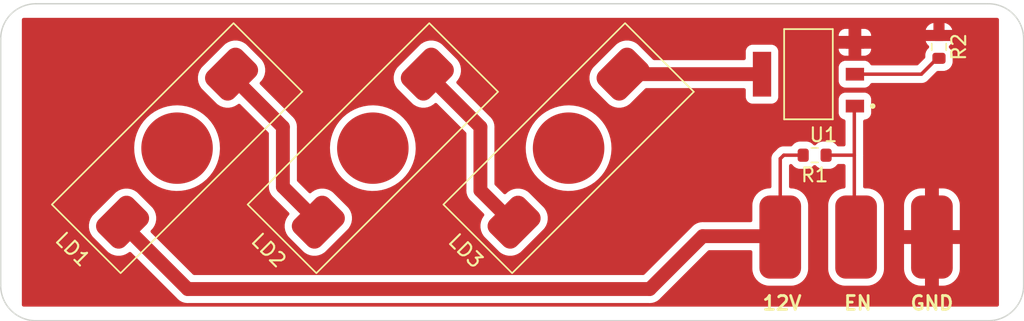
<source format=kicad_pcb>
(kicad_pcb (version 20211014) (generator pcbnew)
  (layers (0 "F.Cu" signal) (31 "B.Cu" signal) (34 "B.Paste" user) (35 "F.Paste" user) (36 "B.SilkS" user "B.Silkscreen") (37 "F.SilkS" user "F.Silkscreen") (38 "B.Mask" user) (39 "F.Mask" user) (44 "Edge.Cuts" user))
  (net 0 "")
  (net 1 "Net-(P1-Pad1)")
  (net 2 "Net-(P2-Pad1)")
  (net 3 "Net-(P3-Pad1)")
  (net 4 "Net-(LD1-Pad2)")
  (net 5 "Net-(R2-Pad2)")
  (net 6 "Net-(LD2-Pad2)")
  (net 7 "Net-(LD3-Pad2)")
  (footprint "Herranz-HighpowerLED:1W_cheap_LED" (layer "F.Cu") (at 137.16 129.794 45)
    (fp_text reference "LD1" (at -10.47 -0.15 315 unlocked) (layer "F.SilkS"))
    (fp_text value "1W_Cheap_LED")
    (fp_rect (start -9.25 -3.5) (end 9.25 3.5) (layer "F.SilkS") (width 0.12) (fill none))
    (pad "" smd circle (at 0 0 45) (size 5.15 5.15) (layers "F.Cu" "F.Paste" "F.Mask"))
    (pad "1" smd roundrect (at -6.55 1 45) (size 3.5 2.7) (layers "F.Cu" "F.Paste" "F.Mask") (net 1 "Net-(P1-Pad1)"))
    (pad "2" smd roundrect (at 6.55 -1 45) (size 3.5 2.7) (layers "F.Cu" "F.Paste" "F.Mask") (net 4 "Net-(LD1-Pad2)"))
  )
  (footprint "Herranz - LED controller:SOT230P700X180-4N" (layer "F.Cu") (at 182.626 124.46 180)
    (fp_text reference "U1" (at -1.08 -4.3755) (layer "F.SilkS"))
    (fp_text value "NCR321ZX")
    (fp_line (start -1.7525 3.2525) (end 1.7525 3.2525) (layer "F.SilkS") (width 0.127))
    (fp_line (start 1.7525 -3.2525) (end -1.7525 -3.2525) (layer "F.SilkS") (width 0.127))
    (fp_line (start -1.7525 -3.2525) (end -1.7525 3.2525) (layer "F.SilkS") (width 0.127))
    (fp_line (start 1.7525 3.2525) (end 1.7525 -3.2525) (layer "F.SilkS") (width 0.127))
    (fp_circle (center -4.624 -2.3) (end -4.524 -2.3) (layer "F.SilkS") (width 0.2) (fill none))
    (pad "1" smd rect (at -3.345 -2.3 180) (size 1.32 0.92) (layers "F.Cu" "F.Paste" "F.Mask") (net 2 "Net-(P2-Pad1)"))
    (pad "2" smd rect (at -3.345 0 180) (size 1.32 0.92) (layers "F.Cu" "F.Paste" "F.Mask") (net 5 "Net-(R2-Pad2)"))
    (pad "3" smd rect (at -3.345 2.3 180) (size 1.32 0.92) (layers "F.Cu" "F.Paste" "F.Mask") (net 3 "Net-(P3-Pad1)"))
    (pad "4" smd rect (at 3.345 0 180) (size 1.32 3.23) (layers "F.Cu" "F.Paste" "F.Mask") (net 7 "Net-(LD3-Pad2)"))
  )
  (footprint "Herranz - Various:Generic Pad" (layer "F.Cu") (at 180.594 136.205242 90)
    (fp_text reference "P1" hide)
    (fp_text value "Generic Pad")
    (pad "1" smd roundrect (at 0 0 90) (size 6 3) (layers "F.Cu" "F.Paste" "F.Mask") (net 1 "Net-(P1-Pad1)"))
  )
  (footprint "Herranz-HighpowerLED:1W_cheap_LED" (layer "F.Cu") (at 151.257 129.794 45)
    (fp_text reference "LD2" (at -10.5069 -0.089803 315 unlocked) (layer "F.SilkS"))
    (fp_text value "1W_Cheap_LED")
    (fp_rect (start -9.25 -3.5) (end 9.25 3.5) (layer "F.SilkS") (width 0.12) (fill none))
    (pad "" smd circle (at 0 0 45) (size 5.15 5.15) (layers "F.Cu" "F.Paste" "F.Mask"))
    (pad "1" smd roundrect (at -6.55 1 45) (size 3.5 2.7) (layers "F.Cu" "F.Paste" "F.Mask") (net 4 "Net-(LD1-Pad2)"))
    (pad "2" smd roundrect (at 6.55 -1 45) (size 3.5 2.7) (layers "F.Cu" "F.Paste" "F.Mask") (net 6 "Net-(LD2-Pad2)"))
  )
  (footprint "Resistor_SMD:R_0603_1608Metric" (layer "F.Cu") (at 192.024 122.491 -90)
    (fp_text reference "R2" (at 0 -1.43 90) (layer "F.SilkS"))
    (fp_text value "3.0")
    (fp_line (start -0.237258 -0.5225) (end 0.237258 -0.5225) (layer "F.SilkS") (width 0.12))
    (fp_line (start -0.237258 0.5225) (end 0.237258 0.5225) (layer "F.SilkS") (width 0.12))
    (pad "1" smd roundrect locked (at -0.825 0 270) (size 0.8 0.95) (layers "F.Cu" "F.Paste" "F.Mask") (net 3 "Net-(P3-Pad1)"))
    (pad "2" smd roundrect locked (at 0.825 0 270) (size 0.8 0.95) (layers "F.Cu" "F.Paste" "F.Mask") (net 5 "Net-(R2-Pad2)"))
  )
  (footprint "Herranz-HighpowerLED:1W_cheap_LED" (layer "F.Cu") (at 165.354 129.794 45)
    (fp_text reference "LD3" (at -10.47 0 315 unlocked) (layer "F.SilkS"))
    (fp_text value "1W_Cheap_LED")
    (fp_rect (start -9.25 -3.5) (end 9.25 3.5) (layer "F.SilkS") (width 0.12) (fill none))
    (pad "" smd circle (at 0 0 45) (size 5.15 5.15) (layers "F.Cu" "F.Paste" "F.Mask"))
    (pad "1" smd roundrect (at -6.55 1 45) (size 3.5 2.7) (layers "F.Cu" "F.Paste" "F.Mask") (net 6 "Net-(LD2-Pad2)"))
    (pad "2" smd roundrect (at 6.55 -1 45) (size 3.5 2.7) (layers "F.Cu" "F.Paste" "F.Mask") (net 7 "Net-(LD3-Pad2)"))
  )
  (footprint "Herranz - Various:Generic Pad" (layer "F.Cu") (at 191.516 136.205242 90)
    (fp_text reference "P3" hide)
    (fp_text value "Generic Pad")
    (pad "1" smd roundrect (at 0 0 90) (size 6 3) (layers "F.Cu" "F.Paste" "F.Mask") (net 3 "Net-(P3-Pad1)"))
  )
  (footprint "Herranz - Various:Generic Pad" (layer "F.Cu") (at 186.055 136.205242 90)
    (fp_text reference "P2" hide)
    (fp_text value "Generic Pad")
    (pad "1" smd roundrect (at 0 0 90) (size 6 3) (layers "F.Cu" "F.Paste" "F.Mask") (net 2 "Net-(P2-Pad1)"))
  )
  (footprint "Resistor_SMD:R_0603_1608Metric" (layer "F.Cu") (at 183.071 130.302 180)
    (fp_text reference "R1" (at 0 -1.43) (layer "F.SilkS"))
    (fp_text value "0")
    (fp_line (start -0.237258 0.5225) (end 0.237258 0.5225) (layer "F.SilkS") (width 0.12))
    (fp_line (start -0.237258 -0.5225) (end 0.237258 -0.5225) (layer "F.SilkS") (width 0.12))
    (pad "1" smd roundrect locked (at -0.825 0 180) (size 0.8 0.95) (layers "F.Cu" "F.Paste" "F.Mask") (net 2 "Net-(P2-Pad1)"))
    (pad "2" smd roundrect locked (at 0.825 0 180) (size 0.8 0.95) (layers "F.Cu" "F.Paste" "F.Mask") (net 1 "Net-(P1-Pad1)"))
  )
  (gr_line (start 127 119.38) (end 195.58 119.38) (layer "Edge.Cuts") (width 0.1))
  (gr_line (start 127 142.24) (end 195.58 142.24) (layer "Edge.Cuts") (width 0.1))
  (gr_arc (start 124.46 121.92) (mid 125.203949 120.123949) (end 127 119.38) (layer "Edge.Cuts") (width 0.1))
  (gr_line (start 124.46 139.7) (end 124.46 121.92) (layer "Edge.Cuts") (width 0.1))
  (gr_arc (start 198.12 139.7) (mid 197.376051 141.496051) (end 195.58 142.24) (layer "Edge.Cuts") (width 0.1))
  (gr_line (start 198.12 139.7) (end 198.12 121.92) (layer "Edge.Cuts") (width 0.1))
  (gr_arc (start 127 142.24) (mid 125.203949 141.496051) (end 124.46 139.7) (layer "Edge.Cuts") (width 0.1))
  (gr_arc (start 195.58 119.38) (mid 197.376051 120.123949) (end 198.12 121.92) (layer "Edge.Cuts") (width 0.1))
  (gr_text "GND\n" (at 191.516 140.97) (layer "F.SilkS") (effects (font (size 1 1) (thickness 0.2))))
  (gr_text "EN\n" (at 186.182 140.97) (layer "F.SilkS") (effects (font (size 1 1) (thickness 0.2))))
  (gr_text "12V " (at 181.102 140.97) (layer "F.SilkS") (effects (font (size 1 1) (thickness 0.2))))
  (segment (start 182.246 130.302) (end 180.848 130.302) (width 0.25) (layer "F.Cu") (net 1))
  (segment (start 171.196 139.954) (end 175.006 136.144) (width 1) (layer "F.Cu") (net 1))
  (segment (start 180.848 130.302) (end 180.594 130.556) (width 0.25) (layer "F.Cu") (net 1))
  (segment (start 175.006 136.144) (end 180.532758 136.144) (width 1) (layer "F.Cu") (net 1))
  (segment (start 180.594 130.556) (end 180.594 136.205242) (width 0.25) (layer "F.Cu") (net 1))
  (segment (start 137.922 139.954) (end 171.196 139.954) (width 1) (layer "F.Cu") (net 1))
  (segment (start 180.532758 136.144) (end 180.594 136.205242) (width 1) (layer "F.Cu") (net 1))
  (segment (start 133.235557 135.267557) (end 137.922 139.954) (width 1) (layer "F.Cu") (net 1))
  (segment (start 133.235557 135.132656) (end 133.235557 135.267557) (width 1) (layer "F.Cu") (net 1))
  (segment (start 183.896 130.302) (end 185.928 130.302) (width 0.25) (layer "F.Cu") (net 2))
  (segment (start 185.717 135.867242) (end 186.055 136.205242) (width 0.25) (layer "F.Cu") (net 2))
  (segment (start 185.928 126.76) (end 185.928 130.302) (width 0.25) (layer "F.Cu") (net 2))
  (segment (start 185.928 130.302) (end 185.928 135.867242) (width 0.25) (layer "F.Cu") (net 2))
  (segment (start 141.084443 124.455344) (end 141.084443 124.574443) (width 1) (layer "F.Cu") (net 4))
  (segment (start 144.78 132.580099) (end 147.332557 135.132656) (width 1) (layer "F.Cu") (net 4))
  (segment (start 141.084443 124.574443) (end 144.78 128.27) (width 1) (layer "F.Cu") (net 4))
  (segment (start 144.78 128.27) (end 144.78 132.580099) (width 1) (layer "F.Cu") (net 4))
  (segment (start 190.754 124.46) (end 191.898 123.316) (width 0.25) (layer "F.Cu") (net 5))
  (segment (start 191.898 123.316) (end 192.024 123.316) (width 0.25) (layer "F.Cu") (net 5))
  (segment (start 185.971 124.46) (end 190.754 124.46) (width 0.25) (layer "F.Cu") (net 5))
  (segment (start 161.294656 135.132656) (end 161.429557 135.132656) (width 1) (layer "F.Cu") (net 6))
  (segment (start 155.189344 124.455344) (end 159.004 128.27) (width 1) (layer "F.Cu") (net 6))
  (segment (start 159.004 132.842) (end 161.294656 135.132656) (width 1) (layer "F.Cu") (net 6))
  (segment (start 155.181443 124.455344) (end 155.189344 124.455344) (width 1) (layer "F.Cu") (net 6))
  (segment (start 159.004 128.27) (end 159.004 132.842) (width 1) (layer "F.Cu") (net 6))
  (segment (start 179.022344 124.455344) (end 179.027 124.46) (width 1) (layer "F.Cu") (net 7))
  (segment (start 169.278443 124.455344) (end 179.022344 124.455344) (width 1) (layer "F.Cu") (net 7))
  (zone (net 3) (net_name "Net-(P3-Pad1)") (layer "F.Cu") (connect_pads (clearance 0.508)) (min_thickness 0.254) (fill yes (thermal_gap 0.508) (thermal_bridge_width 1))
    (polygon (pts (xy 196.342 141.224) (xy 125.984 141.224) (xy 125.984 120.396) (xy 196.342 120.396)))
  )
)
</source>
